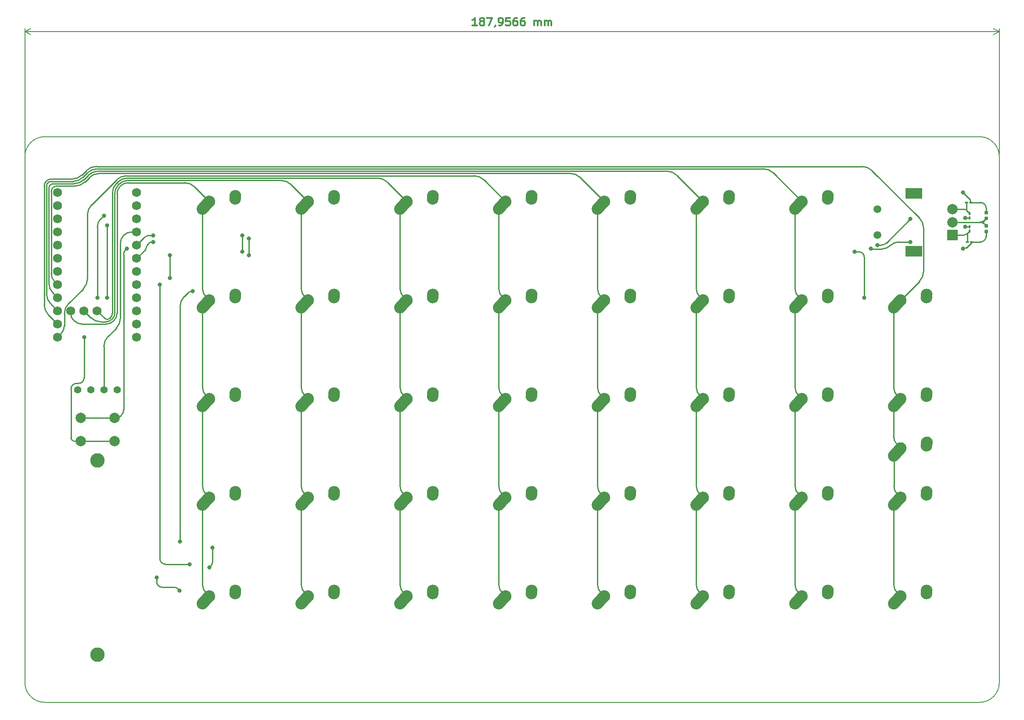
<source format=gbr>
G04 #@! TF.GenerationSoftware,KiCad,Pcbnew,(6.0.1)*
G04 #@! TF.CreationDate,2022-02-23T16:18:42+00:00*
G04 #@! TF.ProjectId,Keyboard Right Hand Side,4b657962-6f61-4726-9420-526967687420,rev?*
G04 #@! TF.SameCoordinates,Original*
G04 #@! TF.FileFunction,Copper,L1,Top*
G04 #@! TF.FilePolarity,Positive*
%FSLAX46Y46*%
G04 Gerber Fmt 4.6, Leading zero omitted, Abs format (unit mm)*
G04 Created by KiCad (PCBNEW (6.0.1)) date 2022-02-23 16:18:42*
%MOMM*%
%LPD*%
G01*
G04 APERTURE LIST*
G04 Aperture macros list*
%AMRoundRect*
0 Rectangle with rounded corners*
0 $1 Rounding radius*
0 $2 $3 $4 $5 $6 $7 $8 $9 X,Y pos of 4 corners*
0 Add a 4 corners polygon primitive as box body*
4,1,4,$2,$3,$4,$5,$6,$7,$8,$9,$2,$3,0*
0 Add four circle primitives for the rounded corners*
1,1,$1+$1,$2,$3*
1,1,$1+$1,$4,$5*
1,1,$1+$1,$6,$7*
1,1,$1+$1,$8,$9*
0 Add four rect primitives between the rounded corners*
20,1,$1+$1,$2,$3,$4,$5,0*
20,1,$1+$1,$4,$5,$6,$7,0*
20,1,$1+$1,$6,$7,$8,$9,0*
20,1,$1+$1,$8,$9,$2,$3,0*%
%AMHorizOval*
0 Thick line with rounded ends*
0 $1 width*
0 $2 $3 position (X,Y) of the first rounded end (center of the circle)*
0 $4 $5 position (X,Y) of the second rounded end (center of the circle)*
0 Add line between two ends*
20,1,$1,$2,$3,$4,$5,0*
0 Add two circle primitives to create the rounded ends*
1,1,$1,$2,$3*
1,1,$1,$4,$5*%
G04 Aperture macros list end*
%ADD10C,0.300000*%
G04 #@! TA.AperFunction,NonConductor*
%ADD11C,0.300000*%
G04 #@! TD*
G04 #@! TA.AperFunction,NonConductor*
%ADD12C,0.200000*%
G04 #@! TD*
G04 #@! TA.AperFunction,Profile*
%ADD13C,0.200000*%
G04 #@! TD*
G04 #@! TA.AperFunction,ComponentPad*
%ADD14C,2.250000*%
G04 #@! TD*
G04 #@! TA.AperFunction,ComponentPad*
%ADD15HorizOval,2.250000X0.655001X0.730000X-0.655001X-0.730000X0*%
G04 #@! TD*
G04 #@! TA.AperFunction,ComponentPad*
%ADD16HorizOval,2.250000X0.020000X0.290000X-0.020000X-0.290000X0*%
G04 #@! TD*
G04 #@! TA.AperFunction,SMDPad,CuDef*
%ADD17RoundRect,0.100000X0.217500X0.100000X-0.217500X0.100000X-0.217500X-0.100000X0.217500X-0.100000X0*%
G04 #@! TD*
G04 #@! TA.AperFunction,SMDPad,CuDef*
%ADD18RoundRect,0.155000X-0.155000X0.212500X-0.155000X-0.212500X0.155000X-0.212500X0.155000X0.212500X0*%
G04 #@! TD*
G04 #@! TA.AperFunction,SMDPad,CuDef*
%ADD19RoundRect,0.100000X-0.100000X0.217500X-0.100000X-0.217500X0.100000X-0.217500X0.100000X0.217500X0*%
G04 #@! TD*
G04 #@! TA.AperFunction,ComponentPad*
%ADD20C,2.000000*%
G04 #@! TD*
G04 #@! TA.AperFunction,SMDPad,CuDef*
%ADD21RoundRect,0.100000X0.100000X-0.217500X0.100000X0.217500X-0.100000X0.217500X-0.100000X-0.217500X0*%
G04 #@! TD*
G04 #@! TA.AperFunction,ComponentPad*
%ADD22C,1.500000*%
G04 #@! TD*
G04 #@! TA.AperFunction,ComponentPad*
%ADD23R,2.000000X2.000000*%
G04 #@! TD*
G04 #@! TA.AperFunction,ComponentPad*
%ADD24R,3.200000X2.000000*%
G04 #@! TD*
G04 #@! TA.AperFunction,ComponentPad*
%ADD25C,1.397000*%
G04 #@! TD*
G04 #@! TA.AperFunction,ComponentPad*
%ADD26C,1.752600*%
G04 #@! TD*
G04 #@! TA.AperFunction,ComponentPad*
%ADD27C,2.800000*%
G04 #@! TD*
G04 #@! TA.AperFunction,ViaPad*
%ADD28C,0.800000*%
G04 #@! TD*
G04 #@! TA.AperFunction,Conductor*
%ADD29C,0.250000*%
G04 #@! TD*
G04 APERTURE END LIST*
D10*
D11*
X164029285Y-16023571D02*
X163172142Y-16023571D01*
X163600714Y-16023571D02*
X163600714Y-14523571D01*
X163457857Y-14737857D01*
X163315000Y-14880714D01*
X163172142Y-14952142D01*
X164886428Y-15166428D02*
X164743571Y-15095000D01*
X164672142Y-15023571D01*
X164600714Y-14880714D01*
X164600714Y-14809285D01*
X164672142Y-14666428D01*
X164743571Y-14595000D01*
X164886428Y-14523571D01*
X165172142Y-14523571D01*
X165315000Y-14595000D01*
X165386428Y-14666428D01*
X165457857Y-14809285D01*
X165457857Y-14880714D01*
X165386428Y-15023571D01*
X165315000Y-15095000D01*
X165172142Y-15166428D01*
X164886428Y-15166428D01*
X164743571Y-15237857D01*
X164672142Y-15309285D01*
X164600714Y-15452142D01*
X164600714Y-15737857D01*
X164672142Y-15880714D01*
X164743571Y-15952142D01*
X164886428Y-16023571D01*
X165172142Y-16023571D01*
X165315000Y-15952142D01*
X165386428Y-15880714D01*
X165457857Y-15737857D01*
X165457857Y-15452142D01*
X165386428Y-15309285D01*
X165315000Y-15237857D01*
X165172142Y-15166428D01*
X165957857Y-14523571D02*
X166957857Y-14523571D01*
X166315000Y-16023571D01*
X167600714Y-15952142D02*
X167600714Y-16023571D01*
X167529285Y-16166428D01*
X167457857Y-16237857D01*
X168315000Y-16023571D02*
X168600714Y-16023571D01*
X168743571Y-15952142D01*
X168815000Y-15880714D01*
X168957857Y-15666428D01*
X169029285Y-15380714D01*
X169029285Y-14809285D01*
X168957857Y-14666428D01*
X168886428Y-14595000D01*
X168743571Y-14523571D01*
X168457857Y-14523571D01*
X168315000Y-14595000D01*
X168243571Y-14666428D01*
X168172142Y-14809285D01*
X168172142Y-15166428D01*
X168243571Y-15309285D01*
X168315000Y-15380714D01*
X168457857Y-15452142D01*
X168743571Y-15452142D01*
X168886428Y-15380714D01*
X168957857Y-15309285D01*
X169029285Y-15166428D01*
X170386428Y-14523571D02*
X169672142Y-14523571D01*
X169600714Y-15237857D01*
X169672142Y-15166428D01*
X169815000Y-15095000D01*
X170172142Y-15095000D01*
X170315000Y-15166428D01*
X170386428Y-15237857D01*
X170457857Y-15380714D01*
X170457857Y-15737857D01*
X170386428Y-15880714D01*
X170315000Y-15952142D01*
X170172142Y-16023571D01*
X169815000Y-16023571D01*
X169672142Y-15952142D01*
X169600714Y-15880714D01*
X171743571Y-14523571D02*
X171457857Y-14523571D01*
X171315000Y-14595000D01*
X171243571Y-14666428D01*
X171100714Y-14880714D01*
X171029285Y-15166428D01*
X171029285Y-15737857D01*
X171100714Y-15880714D01*
X171172142Y-15952142D01*
X171315000Y-16023571D01*
X171600714Y-16023571D01*
X171743571Y-15952142D01*
X171815000Y-15880714D01*
X171886428Y-15737857D01*
X171886428Y-15380714D01*
X171815000Y-15237857D01*
X171743571Y-15166428D01*
X171600714Y-15095000D01*
X171315000Y-15095000D01*
X171172142Y-15166428D01*
X171100714Y-15237857D01*
X171029285Y-15380714D01*
X173172142Y-14523571D02*
X172886428Y-14523571D01*
X172743571Y-14595000D01*
X172672142Y-14666428D01*
X172529285Y-14880714D01*
X172457857Y-15166428D01*
X172457857Y-15737857D01*
X172529285Y-15880714D01*
X172600714Y-15952142D01*
X172743571Y-16023571D01*
X173029285Y-16023571D01*
X173172142Y-15952142D01*
X173243571Y-15880714D01*
X173315000Y-15737857D01*
X173315000Y-15380714D01*
X173243571Y-15237857D01*
X173172142Y-15166428D01*
X173029285Y-15095000D01*
X172743571Y-15095000D01*
X172600714Y-15166428D01*
X172529285Y-15237857D01*
X172457857Y-15380714D01*
X175100714Y-16023571D02*
X175100714Y-15023571D01*
X175100714Y-15166428D02*
X175172142Y-15095000D01*
X175315000Y-15023571D01*
X175529285Y-15023571D01*
X175672142Y-15095000D01*
X175743571Y-15237857D01*
X175743571Y-16023571D01*
X175743571Y-15237857D02*
X175815000Y-15095000D01*
X175957857Y-15023571D01*
X176172142Y-15023571D01*
X176315000Y-15095000D01*
X176386428Y-15237857D01*
X176386428Y-16023571D01*
X177100714Y-16023571D02*
X177100714Y-15023571D01*
X177100714Y-15166428D02*
X177172142Y-15095000D01*
X177315000Y-15023571D01*
X177529285Y-15023571D01*
X177672142Y-15095000D01*
X177743571Y-15237857D01*
X177743571Y-16023571D01*
X177743571Y-15237857D02*
X177815000Y-15095000D01*
X177957857Y-15023571D01*
X178172142Y-15023571D01*
X178315000Y-15095000D01*
X178386428Y-15237857D01*
X178386428Y-16023571D01*
D12*
X76836677Y-40776677D02*
X76836677Y-16558580D01*
X264793323Y-40776677D02*
X264793323Y-16558580D01*
X76836677Y-17145000D02*
X264793323Y-17145000D01*
X76836677Y-17145000D02*
X264793323Y-17145000D01*
X76836677Y-17145000D02*
X77963181Y-17731421D01*
X76836677Y-17145000D02*
X77963181Y-16558579D01*
X264793323Y-17145000D02*
X263666819Y-16558579D01*
X264793323Y-17145000D02*
X263666819Y-17731421D01*
D13*
X264793323Y-41276677D02*
G75*
G03*
X260983323Y-37466677I-3809999J1D01*
G01*
X260983323Y-146683323D02*
G75*
G03*
X264793323Y-142873323I1J3809999D01*
G01*
X80646677Y-37466677D02*
X260983323Y-37466677D01*
X76836677Y-142873323D02*
X76836677Y-41276677D01*
X260983323Y-146683323D02*
X80646677Y-146683323D01*
X80646677Y-37466677D02*
G75*
G03*
X76836677Y-41276677I-1J-3809999D01*
G01*
X76836677Y-142873323D02*
G75*
G03*
X80646677Y-146683323I3809999J-1D01*
G01*
X264793323Y-41276677D02*
X264793323Y-142873323D01*
D14*
X169557300Y-88083000D03*
D15*
X168902301Y-88813000D03*
D16*
X174577300Y-87293000D03*
D14*
X174597300Y-87003000D03*
D17*
X259285000Y-50165000D03*
X258470000Y-50165000D03*
D15*
X187952301Y-126913000D03*
D14*
X188607300Y-126183000D03*
D16*
X193627300Y-125393000D03*
D14*
X193647300Y-125103000D03*
D18*
X262255000Y-52137500D03*
X262255000Y-53272500D03*
D15*
X187952301Y-69763000D03*
D14*
X188607300Y-69033000D03*
D16*
X193627300Y-68243000D03*
D14*
X193647300Y-67953000D03*
X131457300Y-107133000D03*
D15*
X130802301Y-107863000D03*
D14*
X136497300Y-106053000D03*
D16*
X136477300Y-106343000D03*
D19*
X259080000Y-54837500D03*
X259080000Y-55652500D03*
D15*
X130802301Y-88813000D03*
D14*
X131457300Y-88083000D03*
D16*
X136477300Y-87293000D03*
D14*
X136497300Y-87003000D03*
X207657300Y-88083000D03*
D15*
X207002301Y-88813000D03*
D16*
X212677300Y-87293000D03*
D14*
X212697300Y-87003000D03*
D15*
X111752301Y-50713000D03*
D14*
X112407300Y-49983000D03*
D16*
X117427300Y-49193000D03*
D14*
X117447300Y-48903000D03*
D17*
X259487500Y-57785000D03*
X258672500Y-57785000D03*
D14*
X226707300Y-107133000D03*
D15*
X226052301Y-107863000D03*
D14*
X231747300Y-106053000D03*
D16*
X231727300Y-106343000D03*
D15*
X168902301Y-50713000D03*
D14*
X169557300Y-49983000D03*
D16*
X174577300Y-49193000D03*
D14*
X174597300Y-48903000D03*
D15*
X226052301Y-88813000D03*
D14*
X226707300Y-88083000D03*
D16*
X231727300Y-87293000D03*
D14*
X231747300Y-87003000D03*
X150507300Y-69033000D03*
D15*
X149852301Y-69763000D03*
D16*
X155527300Y-68243000D03*
D14*
X155547300Y-67953000D03*
D15*
X168902301Y-69763000D03*
D14*
X169557300Y-69033000D03*
X174597300Y-67953000D03*
D16*
X174577300Y-68243000D03*
D14*
X112407300Y-126183000D03*
D15*
X111752301Y-126913000D03*
D16*
X117427300Y-125393000D03*
D14*
X117447300Y-125103000D03*
D18*
X262255000Y-54677500D03*
X262255000Y-55812500D03*
D15*
X130802301Y-126913000D03*
D14*
X131457300Y-126183000D03*
D16*
X136477300Y-125393000D03*
D14*
X136497300Y-125103000D03*
X245757300Y-126183000D03*
D15*
X245102301Y-126913000D03*
D16*
X250777300Y-125393000D03*
D14*
X250797300Y-125103000D03*
D20*
X87630000Y-91730000D03*
X94130000Y-91730000D03*
X87630000Y-96230000D03*
X94130000Y-96230000D03*
D14*
X188607300Y-107133000D03*
D15*
X187952301Y-107863000D03*
D16*
X193627300Y-106343000D03*
D14*
X193647300Y-106053000D03*
X150507300Y-49983000D03*
D15*
X149852301Y-50713000D03*
D16*
X155527300Y-49193000D03*
D14*
X155547300Y-48903000D03*
X131457300Y-69033000D03*
D15*
X130802301Y-69763000D03*
D16*
X136477300Y-68243000D03*
D14*
X136497300Y-67953000D03*
D15*
X187952301Y-88813000D03*
D14*
X188607300Y-88083000D03*
D16*
X193627300Y-87293000D03*
D14*
X193647300Y-87003000D03*
X226707300Y-69033000D03*
D15*
X226052301Y-69763000D03*
D14*
X231747300Y-67953000D03*
D16*
X231727300Y-68243000D03*
D15*
X245102301Y-69763000D03*
D14*
X245757300Y-69033000D03*
D16*
X250777300Y-68243000D03*
D14*
X250797300Y-67953000D03*
D15*
X168902301Y-107863000D03*
D14*
X169557300Y-107133000D03*
D16*
X174577300Y-106343000D03*
D14*
X174597300Y-106053000D03*
X207657300Y-69033000D03*
D15*
X207002301Y-69763000D03*
D16*
X212677300Y-68243000D03*
D14*
X212697300Y-67953000D03*
D15*
X168902301Y-126913000D03*
D14*
X169557300Y-126183000D03*
X174597300Y-125103000D03*
D16*
X174577300Y-125393000D03*
D15*
X149852301Y-126913000D03*
D14*
X150507300Y-126183000D03*
D16*
X155527300Y-125393000D03*
D14*
X155547300Y-125103000D03*
D21*
X259080000Y-53112500D03*
X259080000Y-52297500D03*
D14*
X131457300Y-49983000D03*
D15*
X130802301Y-50713000D03*
D14*
X136497300Y-48903000D03*
D16*
X136477300Y-49193000D03*
D22*
X241275000Y-51470000D03*
X241275000Y-56470000D03*
D23*
X255775000Y-56470000D03*
D20*
X255775000Y-51470000D03*
X255775000Y-53970000D03*
D24*
X248275000Y-48370000D03*
X248275000Y-59570000D03*
D14*
X245772300Y-97603000D03*
D15*
X245117301Y-98333000D03*
D16*
X250792300Y-96813000D03*
D14*
X250812300Y-96523000D03*
X226707300Y-49983000D03*
D15*
X226052301Y-50713000D03*
D14*
X231747300Y-48903000D03*
D16*
X231727300Y-49193000D03*
D15*
X245087301Y-107863000D03*
D14*
X245742300Y-107133000D03*
D16*
X250762300Y-106343000D03*
D14*
X250782300Y-106053000D03*
D15*
X111752301Y-69763000D03*
D14*
X112407300Y-69033000D03*
X117447300Y-67953000D03*
D16*
X117427300Y-68243000D03*
D14*
X207657300Y-49983000D03*
D15*
X207002301Y-50713000D03*
D14*
X212697300Y-48903000D03*
D16*
X212677300Y-49193000D03*
D15*
X149852301Y-107863000D03*
D14*
X150507300Y-107133000D03*
X155547300Y-106053000D03*
D16*
X155527300Y-106343000D03*
D14*
X226707300Y-126183000D03*
D15*
X226052301Y-126913000D03*
D14*
X231747300Y-125103000D03*
D16*
X231727300Y-125393000D03*
D25*
X94605000Y-86360000D03*
X92065000Y-86360000D03*
X89525000Y-86360000D03*
X86985000Y-86360000D03*
D14*
X207657300Y-126183000D03*
D15*
X207002301Y-126913000D03*
D16*
X212677300Y-125393000D03*
D14*
X212697300Y-125103000D03*
X207657300Y-107133000D03*
D15*
X207002301Y-107863000D03*
D14*
X212697300Y-106053000D03*
D16*
X212677300Y-106343000D03*
D26*
X83157300Y-48234750D03*
X83157300Y-50774750D03*
X83157300Y-53314750D03*
X83157300Y-55854750D03*
X83157300Y-58394750D03*
X83157300Y-60934750D03*
X83157300Y-63474750D03*
X83157300Y-66014750D03*
X83157300Y-68554750D03*
X83157300Y-71094750D03*
X83157300Y-73634750D03*
X83157300Y-76174750D03*
X98397300Y-76174750D03*
X98397300Y-73634750D03*
X98397300Y-71094750D03*
X98397300Y-68554750D03*
X98397300Y-66014750D03*
X98397300Y-63474750D03*
X98397300Y-60934750D03*
X98397300Y-58394750D03*
X98397300Y-55854750D03*
X98397300Y-53314750D03*
X98397300Y-50774750D03*
X98397300Y-48234750D03*
X85697300Y-71094750D03*
X88237300Y-71094750D03*
X90777300Y-71094750D03*
D15*
X111752301Y-107863000D03*
D14*
X112407300Y-107133000D03*
D16*
X117427300Y-106343000D03*
D14*
X117447300Y-106053000D03*
D27*
X90805000Y-137495000D03*
X90805000Y-99995000D03*
D15*
X149852301Y-88813000D03*
D14*
X150507300Y-88083000D03*
X155547300Y-87003000D03*
D16*
X155527300Y-87293000D03*
D14*
X112407300Y-88083000D03*
D15*
X111752301Y-88813000D03*
D16*
X117427300Y-87293000D03*
D14*
X117447300Y-87003000D03*
X188607300Y-49983000D03*
D15*
X187952301Y-50713000D03*
D16*
X193627300Y-49193000D03*
D14*
X193647300Y-48903000D03*
D15*
X245057301Y-88813000D03*
D14*
X245712300Y-88083000D03*
D16*
X250732300Y-87293000D03*
D14*
X250752300Y-87003000D03*
D28*
X88265000Y-76200000D03*
X258217500Y-54837500D03*
X113030000Y-116840000D03*
X102870000Y-66040000D03*
X258217500Y-53112500D03*
X112395000Y-120650000D03*
X108585000Y-120015000D03*
X92710000Y-54610000D03*
X92710000Y-68580000D03*
X90805000Y-68580000D03*
X92075000Y-52705000D03*
X102235000Y-122555000D03*
X106680000Y-125095000D03*
X236855000Y-59690000D03*
X238760000Y-68580000D03*
X247650000Y-57785000D03*
X120015000Y-60325000D03*
X120015000Y-57150000D03*
X240030000Y-59055000D03*
X101600000Y-57785000D03*
X257810000Y-59055000D03*
X101600000Y-56515000D03*
X247650000Y-53340000D03*
X118745000Y-59690000D03*
X241300000Y-58420000D03*
X257810000Y-48260000D03*
X118745000Y-56515000D03*
X104775000Y-60325000D03*
X104775000Y-64770000D03*
X106770000Y-115660000D03*
X109220000Y-67310000D03*
X96520000Y-59055000D03*
D29*
X93300000Y-91730000D02*
X92470000Y-91730000D01*
X93818750Y-91730000D02*
X93611250Y-91730000D01*
X94441250Y-91730000D02*
X94233750Y-91730000D01*
X94026250Y-91730000D02*
X93818750Y-91730000D01*
X81015960Y-46827705D02*
X81015960Y-46874075D01*
X81015960Y-46897260D02*
X81015960Y-46990000D01*
X81015960Y-46990000D02*
X81015960Y-47082740D01*
X81015960Y-47082740D02*
X81015960Y-47175480D01*
X81015960Y-47175480D02*
X81015960Y-47268220D01*
X81015960Y-47291405D02*
X81015960Y-47430515D01*
X81015960Y-47546440D02*
X81015960Y-47917400D01*
X87439560Y-96230000D02*
X87356148Y-96230000D01*
X88678176Y-96230000D02*
X88624662Y-96230000D01*
X87903849Y-96230000D02*
X87873950Y-96230000D01*
X87272736Y-96230000D02*
X87225508Y-96230000D01*
X87570200Y-96230000D02*
X87540301Y-96230000D01*
X86940275Y-96230000D02*
X86932800Y-96230000D01*
X87059871Y-96230000D02*
X87052396Y-96230000D01*
X89839662Y-96230000D02*
X89452500Y-96230000D01*
X86992598Y-96230000D02*
X86962699Y-96230000D01*
X90266959Y-96230000D02*
X89853040Y-96230000D01*
X87873950Y-96230000D02*
X87844051Y-96230000D01*
X88571148Y-96230000D02*
X88517634Y-96230000D01*
X87140905Y-96230000D02*
X87113384Y-96230000D01*
X87305396Y-96230000D02*
X87287304Y-96230000D01*
X89452500Y-96230000D02*
X89065338Y-96230000D01*
X86953356Y-96230000D02*
X86942144Y-96230000D01*
X87323488Y-96230000D02*
X87305396Y-96230000D01*
X87067346Y-96230000D02*
X87059871Y-96230000D01*
X87168426Y-96230000D02*
X87140905Y-96230000D01*
X86925325Y-96230000D02*
X86917851Y-96230000D01*
X88981926Y-96230000D02*
X88761588Y-96230000D01*
X86917851Y-96230000D02*
X86910377Y-96230000D01*
X88624662Y-96230000D02*
X88571148Y-96230000D01*
X87043053Y-96230000D02*
X87031841Y-96230000D01*
X87225508Y-96230000D02*
X87178280Y-96230000D01*
X87629998Y-96230000D02*
X87600099Y-96230000D01*
X88474357Y-96230000D02*
X88334289Y-96230000D01*
X88146611Y-96230000D02*
X87994736Y-96230000D01*
X87022497Y-96230000D02*
X86992598Y-96230000D01*
X87600099Y-96230000D02*
X87570200Y-96230000D01*
X87091639Y-96230000D02*
X87072952Y-96230000D01*
X86932800Y-96230000D02*
X86925325Y-96230000D01*
X91882500Y-96230000D02*
X90667500Y-96230000D01*
X87933748Y-96230000D02*
X87903849Y-96230000D01*
X87052396Y-96230000D02*
X87044921Y-96230000D01*
X86908508Y-96230000D02*
X86904771Y-96230000D01*
X94233750Y-91730000D02*
X94026250Y-91730000D01*
X93300000Y-91730000D02*
X93611250Y-91730000D01*
X81015960Y-46874075D02*
X81015960Y-46897260D01*
X81015960Y-47430515D02*
X81015960Y-47546440D01*
X89065338Y-96230000D02*
X88981926Y-96230000D01*
X87272736Y-96230000D02*
X87287304Y-96230000D01*
X87031841Y-96230000D02*
X87022497Y-96230000D01*
X90266959Y-96230000D02*
X90667500Y-96230000D01*
X88334289Y-96230000D02*
X88146611Y-96230000D01*
X87168426Y-96230000D02*
X87178280Y-96230000D01*
X86910377Y-96230000D02*
X86908508Y-96230000D01*
X87113384Y-96230000D02*
X87091639Y-96230000D01*
X87356148Y-96230000D02*
X87323488Y-96230000D01*
X86962699Y-96230000D02*
X86953356Y-96230000D01*
X258104739Y-51472500D02*
G75*
G03*
X258098703Y-51470000I-6034J-6031D01*
G01*
X257961550Y-56472500D02*
G75*
G03*
X257955514Y-56470000I-6034J-6031D01*
G01*
X81015960Y-47268220D02*
X81015960Y-47291405D01*
X261047221Y-53970000D02*
G75*
G02*
X261053257Y-53972500I2J-8531D01*
G01*
X87043053Y-96230000D02*
X87044921Y-96230000D01*
X87439560Y-96230000D02*
X87540301Y-96230000D01*
X89839662Y-96230000D02*
X89853040Y-96230000D01*
X88678176Y-96230000D02*
X88761588Y-96230000D01*
X88517634Y-96230000D02*
X88474357Y-96230000D01*
X87994736Y-96230000D02*
X87933748Y-96230000D01*
X87067346Y-96230000D02*
X87072952Y-96230000D01*
X87844051Y-96230000D02*
X87629998Y-96230000D01*
X86940275Y-96230000D02*
X86942144Y-96230000D01*
X257955514Y-56470000D02*
X255775000Y-56470000D01*
X257964050Y-56475000D02*
X257961550Y-56472500D01*
X258107239Y-51475000D02*
X258104739Y-51472500D01*
X258098703Y-51470000D02*
X255775000Y-51470000D01*
X261055757Y-53975000D02*
X261053257Y-53972500D01*
X261047221Y-53970000D02*
X255775000Y-53970000D01*
X94545000Y-91730000D02*
G75*
G03*
X95253449Y-91436550I-6J1001910D01*
G01*
X95422500Y-91267500D02*
G75*
G03*
X95885000Y-90150926I-1116578J1116576D01*
G01*
X94441250Y-91730000D02*
X94545000Y-91730000D01*
X85725001Y-95641048D02*
G75*
G03*
X85897501Y-96057499I588949J-1D01*
G01*
X86313951Y-96230000D02*
G75*
G02*
X85897500Y-96057500I3J588956D01*
G01*
X96202500Y-59372500D02*
X96520000Y-59055000D01*
X95885000Y-90150926D02*
X95885000Y-60139012D01*
X95253449Y-91436550D02*
X95422500Y-91267500D01*
X95885001Y-60139012D02*
G75*
G02*
X96202501Y-59372501I1084001J4D01*
G01*
X85725000Y-86174012D02*
X85725000Y-95641048D01*
X86313951Y-96230000D02*
X87630000Y-96230000D01*
X92065000Y-77971981D02*
X92065000Y-86360000D01*
X92470000Y-91730000D02*
X87630000Y-91730000D01*
X86042500Y-85407500D02*
G75*
G03*
X85725000Y-86174012I766502J-766508D01*
G01*
X86042500Y-85407500D02*
G75*
G02*
X86809012Y-85090000I766508J-766502D01*
G01*
X87180987Y-85090000D02*
G75*
G03*
X87947500Y-84772500I-4J1084022D01*
G01*
X86809012Y-85090000D02*
X87180987Y-85090000D01*
X88265000Y-84005987D02*
G75*
G02*
X87947500Y-84772500I-1084022J4D01*
G01*
X88265000Y-76200000D02*
X88265000Y-84005987D01*
X87868301Y-44844544D02*
G75*
G02*
X85944423Y-45641441I-1923880J1923880D01*
G01*
X80566441Y-46992447D02*
G75*
G02*
X80962141Y-46037142I1351005J1D01*
G01*
X80568208Y-68014395D02*
G75*
G02*
X80568208Y-68017932I-1768J-1769D01*
G01*
X90631468Y-43208360D02*
G75*
G03*
X88707590Y-44005256I-2J-2720770D01*
G01*
X80566441Y-68010122D02*
G75*
G03*
X80568210Y-68014393I6033J-4D01*
G01*
X80566441Y-68022205D02*
G75*
G02*
X80568210Y-68017934I6033J4D01*
G01*
X80962140Y-46037141D02*
G75*
G02*
X81917446Y-45641441I955305J-955306D01*
G01*
X81147113Y-46487885D02*
G75*
G03*
X81015960Y-46804520I316631J-316631D01*
G01*
X88054500Y-45294063D02*
G75*
G02*
X86130622Y-46090960I-1923880J1923880D01*
G01*
X88893787Y-44454776D02*
G75*
G02*
X90817665Y-43657880I1923876J-1923874D01*
G01*
X81917447Y-46090961D02*
G75*
G03*
X81280000Y-46355001I0J-901486D01*
G01*
X81015960Y-46804520D02*
X81015960Y-46827705D01*
X89079985Y-44904296D02*
G75*
G02*
X91003863Y-44107400I1923876J-1923874D01*
G01*
X81728444Y-46803444D02*
G75*
G02*
X82363296Y-46540480I634850J-634849D01*
G01*
X81465481Y-47438296D02*
G75*
G02*
X81728445Y-46803445I897812J2D01*
G01*
X88240698Y-45743583D02*
G75*
G02*
X86316820Y-46540480I-1923880J1923880D01*
G01*
X81915001Y-48074012D02*
G75*
G02*
X82232501Y-47307501I1084001J4D01*
G01*
X82999012Y-46990001D02*
G75*
G03*
X82232501Y-47307501I-4J-1084001D01*
G01*
X89266183Y-45353816D02*
G75*
G02*
X91190061Y-44556920I1923876J-1923874D01*
G01*
X88426896Y-46193103D02*
G75*
G02*
X86503018Y-46990000I-1923880J1923880D01*
G01*
X249393103Y-65397196D02*
X245757300Y-69033000D01*
X250190000Y-63473318D02*
X250190000Y-55101981D01*
X240220256Y-44005256D02*
X249393103Y-53178103D01*
X238296378Y-43208360D02*
X90631468Y-43208360D01*
X85944423Y-45641441D02*
X81917446Y-45641441D01*
X80566440Y-68010122D02*
X80566440Y-46992447D01*
X80566440Y-69916908D02*
X80566440Y-68022205D01*
X81363336Y-71840786D02*
X83157300Y-73634750D01*
X250190000Y-63473318D02*
G75*
G02*
X249393103Y-65397196I-2720777J2D01*
G01*
X88707590Y-44005256D02*
X87868301Y-44844544D01*
X238296378Y-43208360D02*
G75*
G02*
X240220256Y-44005256I2J-2720770D01*
G01*
X80566440Y-69916908D02*
G75*
G03*
X81363336Y-71840786I2720770J-2D01*
G01*
X250190000Y-55101981D02*
G75*
G03*
X249393103Y-53178103I-2720777J-2D01*
G01*
X221179076Y-44454776D02*
X226707300Y-49983000D01*
X219255198Y-43657880D02*
X90817665Y-43657880D01*
X81279999Y-46355000D02*
X81147113Y-46487885D01*
X81917447Y-46090960D02*
X86130622Y-46090960D01*
X88054500Y-45294063D02*
X88893787Y-44454776D01*
X81015960Y-67826428D02*
X81015960Y-47917400D01*
X81812856Y-69750306D02*
X83157300Y-71094750D01*
X221179076Y-44454776D02*
G75*
G03*
X219255198Y-43657880I-1923876J-1923874D01*
G01*
X81812856Y-69750306D02*
G75*
G02*
X81015960Y-67826428I1923874J1923876D01*
G01*
X202578596Y-44904296D02*
X207657300Y-49983000D01*
X89079985Y-44904296D02*
X88240698Y-45743583D01*
X82262376Y-67659826D02*
X83157300Y-68554750D01*
X200654718Y-44107400D02*
X91003863Y-44107400D01*
X202578596Y-44904296D02*
G75*
G03*
X200654718Y-44107400I-1923876J-1923874D01*
G01*
X81465480Y-65735948D02*
G75*
G03*
X82262376Y-67659826I2720770J-2D01*
G01*
X81465480Y-47438296D02*
X81465480Y-65735948D01*
X82363296Y-46540480D02*
X86316820Y-46540480D01*
X82536150Y-65393600D02*
X83157300Y-66014750D01*
X81915000Y-63894011D02*
X81915000Y-48074012D01*
X91190061Y-44556920D02*
X182054238Y-44556920D01*
X89266183Y-45353816D02*
X88426896Y-46193103D01*
X86503018Y-46990000D02*
X82999012Y-46990000D01*
X82536150Y-65393600D02*
G75*
G02*
X81915000Y-63894011I1499586J1499587D01*
G01*
X182054238Y-44556920D02*
G75*
G02*
X183978116Y-45353816I2J-2720770D01*
G01*
X183978116Y-45353816D02*
X188607300Y-49983000D01*
X261903750Y-53623750D02*
X262255000Y-53272500D01*
X261903750Y-54326250D02*
X262255000Y-54677500D01*
X86904771Y-96230000D02*
X86902903Y-96230000D01*
X91882500Y-96230000D02*
X94130000Y-96230000D01*
X261903750Y-53623750D02*
G75*
G03*
X261903750Y-54326250I351248J-351250D01*
G01*
X261903750Y-53623750D02*
G75*
G02*
X261055757Y-53975000I-847994J847997D01*
G01*
X261055757Y-53975000D02*
G75*
G02*
X261903750Y-54326250I3J-1199236D01*
G01*
X111097300Y-104896690D02*
X111097300Y-89543000D01*
X111097300Y-123946690D02*
X111097300Y-108593000D01*
X111752300Y-68378000D02*
X112407300Y-69033000D01*
X86346150Y-73011150D02*
X86145446Y-72810446D01*
X94615000Y-48523025D02*
X94615000Y-71491974D01*
X111752300Y-87428000D02*
X112407300Y-88083000D01*
X111097300Y-66796690D02*
X111097300Y-51443000D01*
X111097300Y-85846690D02*
X111097300Y-70493000D01*
X111752300Y-125528000D02*
X112407300Y-126183000D01*
X109576196Y-47151896D02*
X112407300Y-49983000D01*
X87912612Y-73660000D02*
X92446974Y-73660000D01*
X111752300Y-106478000D02*
X112407300Y-107133000D01*
X85697300Y-71728525D02*
X85697300Y-71094750D01*
X107652318Y-46355000D02*
X96783025Y-46355000D01*
X111097301Y-123946690D02*
G75*
G03*
X111752301Y-125527999I2236302J-3D01*
G01*
X92446974Y-73659999D02*
G75*
G03*
X93979999Y-73024999I-5J2168038D01*
G01*
X107652318Y-46355000D02*
G75*
G02*
X109576196Y-47151896I2J-2720770D01*
G01*
X111097301Y-66796690D02*
G75*
G03*
X111752301Y-68377999I2236302J-3D01*
G01*
X87912612Y-73659999D02*
G75*
G02*
X86346151Y-73011149I0J2215311D01*
G01*
X95250000Y-46990000D02*
G75*
G02*
X96783025Y-46355000I1533023J-1533019D01*
G01*
X111097301Y-85846690D02*
G75*
G03*
X111752301Y-87427999I2236302J-3D01*
G01*
X111097301Y-104896690D02*
G75*
G03*
X111752301Y-106477999I2236302J-3D01*
G01*
X95250000Y-46990000D02*
G75*
G03*
X94615000Y-48523025I1533019J-1533023D01*
G01*
X85697301Y-71728525D02*
G75*
G03*
X86145447Y-72810445I1530065J-1D01*
G01*
X93980000Y-73025000D02*
G75*
G03*
X94615000Y-71491974I-1533039J1533031D01*
G01*
X126252798Y-45905480D02*
X96783024Y-45905480D01*
X89556133Y-72413583D02*
X88237300Y-71094750D01*
X128176676Y-46702376D02*
X131457300Y-49983000D01*
X130147300Y-104896690D02*
X130147300Y-89543000D01*
X130147300Y-66796690D02*
X130147300Y-51443000D01*
X130802300Y-87428000D02*
X131457300Y-88083000D01*
X130802300Y-125528000D02*
X131457300Y-126183000D01*
X130147300Y-123946690D02*
X130147300Y-108593000D01*
X130147300Y-85846690D02*
X130147300Y-70493000D01*
X91480011Y-73210480D02*
X92446973Y-73210480D01*
X94165480Y-71491973D02*
X94165480Y-48523025D01*
X130802300Y-106478000D02*
X131457300Y-107133000D01*
X130802300Y-68378000D02*
X131457300Y-69033000D01*
X130147301Y-85846690D02*
G75*
G03*
X130802301Y-87427999I2236302J-3D01*
G01*
X126252798Y-45905480D02*
G75*
G02*
X128176676Y-46702376I2J-2720770D01*
G01*
X91480011Y-73210480D02*
G75*
G02*
X89556133Y-72413583I2J2720777D01*
G01*
X130147301Y-104896690D02*
G75*
G03*
X130802301Y-106477999I2236302J-3D01*
G01*
X130147301Y-66796690D02*
G75*
G03*
X130802301Y-68377999I2236302J-3D01*
G01*
X93662141Y-72707141D02*
G75*
G02*
X92446973Y-73210480I-1215170J1215174D01*
G01*
X94165481Y-48523025D02*
G75*
G02*
X94932142Y-46672142I2617538J3D01*
G01*
X94165479Y-71491973D02*
G75*
G02*
X93662140Y-72707140I-1718512J2D01*
G01*
X130802300Y-125528000D02*
G75*
G02*
X130147300Y-123946690I1581303J1581307D01*
G01*
X94932141Y-46672141D02*
G75*
G02*
X96783024Y-45905480I1850879J-1850873D01*
G01*
X149852300Y-87428000D02*
X150507300Y-88083000D01*
X149197300Y-104896690D02*
X149197300Y-89543000D01*
X149852300Y-68378000D02*
X150507300Y-69033000D01*
X92256447Y-72573897D02*
X90777300Y-71094750D01*
X149852300Y-125528000D02*
X150507300Y-126183000D01*
X149197300Y-85846690D02*
X149197300Y-70493000D01*
X144853278Y-45455960D02*
X96639587Y-45455960D01*
X149197300Y-66796690D02*
X149197300Y-51443000D01*
X149197300Y-123946690D02*
X149197300Y-108593000D01*
X93344282Y-72389282D02*
X93159666Y-72573897D01*
X146777156Y-46252856D02*
X150507300Y-49983000D01*
X93715960Y-48379587D02*
X93715960Y-71491971D01*
X94512856Y-46455709D02*
X94715709Y-46252856D01*
X149852300Y-106478000D02*
X150507300Y-107133000D01*
X149852300Y-106478000D02*
G75*
G02*
X149197300Y-104896690I1581303J1581307D01*
G01*
X93715960Y-48379587D02*
G75*
G02*
X94512856Y-46455709I2720770J2D01*
G01*
X149197301Y-85846690D02*
G75*
G03*
X149852301Y-87427999I2236302J-3D01*
G01*
X149197301Y-123946690D02*
G75*
G03*
X149852301Y-125527999I2236302J-3D01*
G01*
X92256447Y-72573897D02*
G75*
G03*
X92708057Y-72760960I451613J451618D01*
G01*
X146777156Y-46252856D02*
G75*
G03*
X144853278Y-45455960I-1923876J-1923874D01*
G01*
X93715959Y-71491971D02*
G75*
G02*
X93344281Y-72389281I-1268990J0D01*
G01*
X94715709Y-46252856D02*
G75*
G02*
X96639587Y-45455960I1923876J-1923874D01*
G01*
X149197301Y-66796690D02*
G75*
G03*
X149852301Y-68377999I2236302J-3D01*
G01*
X92708057Y-72760959D02*
G75*
G03*
X93159665Y-72573896I-4J638680D01*
G01*
X168902300Y-106478000D02*
X169557300Y-107133000D01*
X85251896Y-69688103D02*
X88103103Y-66836896D01*
X88900000Y-52561981D02*
X88900000Y-64913018D01*
X84455000Y-73959437D02*
X84455000Y-71611981D01*
X168247300Y-85846690D02*
X168247300Y-70493000D01*
X168247300Y-123946690D02*
X168247300Y-108593000D01*
X93267200Y-47065647D02*
X94529511Y-45803336D01*
X165377636Y-45803336D02*
X169557300Y-49983000D01*
X168247300Y-104896690D02*
X168247300Y-89543000D01*
X168902300Y-68378000D02*
X169557300Y-69033000D01*
X168247300Y-66796690D02*
X168247300Y-51443000D01*
X168902300Y-125528000D02*
X169557300Y-126183000D01*
X93265679Y-47069320D02*
X89696896Y-50638103D01*
X168902300Y-87428000D02*
X169557300Y-88083000D01*
X83806150Y-75525900D02*
X83157300Y-76174750D01*
X96453389Y-45006440D02*
X163453758Y-45006440D01*
X88900000Y-64913018D02*
G75*
G02*
X88103103Y-66836896I-2720777J2D01*
G01*
X89696896Y-50638103D02*
G75*
G03*
X88900000Y-52561981I1923874J-1923876D01*
G01*
X168902300Y-106478000D02*
G75*
G02*
X168247300Y-104896690I1581303J1581307D01*
G01*
X93267200Y-47065647D02*
G75*
G03*
X93266440Y-47067484I1830J-1833D01*
G01*
X84455000Y-71611981D02*
G75*
G02*
X85251896Y-69688103I2720770J2D01*
G01*
X168247301Y-66796690D02*
G75*
G03*
X168902301Y-68377999I2236302J-3D01*
G01*
X94529511Y-45803336D02*
G75*
G02*
X96453389Y-45006440I1923876J-1923874D01*
G01*
X93265679Y-47069320D02*
G75*
G03*
X93266440Y-47067484I-1840J1838D01*
G01*
X83806150Y-75525900D02*
G75*
G03*
X84455000Y-73959437I-1566471J1566466D01*
G01*
X168247301Y-123946690D02*
G75*
G03*
X168902301Y-125527999I2236302J-3D01*
G01*
X163453758Y-45006440D02*
G75*
G02*
X165377636Y-45803336I2J-2720770D01*
G01*
X168247301Y-85846690D02*
G75*
G03*
X168902301Y-87427999I2236302J-3D01*
G01*
X187952300Y-87428000D02*
X188607300Y-88083000D01*
X187952300Y-106478000D02*
X188607300Y-107133000D01*
X187297300Y-85846690D02*
X187297300Y-70493000D01*
X187952300Y-125528000D02*
X188607300Y-126183000D01*
X187297300Y-123946690D02*
X187297300Y-108593000D01*
X187297300Y-104896690D02*
X187297300Y-89543000D01*
X187297300Y-66796690D02*
X187297300Y-51443000D01*
X187952300Y-68378000D02*
X188607300Y-69033000D01*
X187297301Y-85846690D02*
G75*
G03*
X187952301Y-87427999I2236302J-3D01*
G01*
X187952300Y-106478000D02*
G75*
G02*
X187297300Y-104896690I1581303J1581307D01*
G01*
X187297301Y-123946690D02*
G75*
G03*
X187952301Y-125527999I2236302J-3D01*
G01*
X187297301Y-66796690D02*
G75*
G03*
X187952301Y-68377999I2236302J-3D01*
G01*
X206347300Y-66796690D02*
X206347300Y-51443000D01*
X206347300Y-104896690D02*
X206347300Y-89543000D01*
X207002300Y-125528000D02*
X207657300Y-126183000D01*
X206347300Y-123946690D02*
X206347300Y-108593000D01*
X207002300Y-68378000D02*
X207657300Y-69033000D01*
X207002300Y-106478000D02*
X207657300Y-107133000D01*
X207002300Y-87428000D02*
X207657300Y-88083000D01*
X206347300Y-85846690D02*
X206347300Y-70493000D01*
X206347301Y-66796690D02*
G75*
G03*
X207002301Y-68377999I2236302J-3D01*
G01*
X206347301Y-104896690D02*
G75*
G03*
X207002301Y-106477999I2236302J-3D01*
G01*
X206347301Y-123946690D02*
G75*
G03*
X207002301Y-125527999I2236302J-3D01*
G01*
X206347301Y-85846690D02*
G75*
G03*
X207002301Y-87427999I2236302J-3D01*
G01*
X226052300Y-106478000D02*
X226707300Y-107133000D01*
X225397300Y-104896690D02*
X225397300Y-89543000D01*
X225397300Y-85846690D02*
X225397300Y-70493000D01*
X226052300Y-87428000D02*
X226707300Y-88083000D01*
X226052300Y-125528000D02*
X226707300Y-126183000D01*
X225397300Y-123946690D02*
X225397300Y-108593000D01*
X225397300Y-66796690D02*
X225397300Y-51443000D01*
X226052300Y-68378000D02*
X226707300Y-69033000D01*
X225397301Y-85846690D02*
G75*
G03*
X226052301Y-87427999I2236302J-3D01*
G01*
X225397301Y-104896690D02*
G75*
G03*
X226052301Y-106477999I2236302J-3D01*
G01*
X225397301Y-123946690D02*
G75*
G03*
X226052301Y-125527999I2236302J-3D01*
G01*
X225397301Y-66796690D02*
G75*
G03*
X226052301Y-68377999I2236302J-3D01*
G01*
X244447300Y-85923509D02*
X244447300Y-70493000D01*
X244402300Y-95264263D02*
X244402300Y-89543000D01*
X245102300Y-106493000D02*
X245742300Y-107133000D01*
X245079800Y-87450500D02*
X245712300Y-88083000D01*
X244462300Y-104947903D02*
X244462300Y-99063000D01*
X244432300Y-123921083D02*
X244432300Y-108593000D01*
X245094800Y-125520500D02*
X245757300Y-126183000D01*
X245087300Y-96918000D02*
X245772300Y-97603000D01*
X244462301Y-104947903D02*
G75*
G03*
X245102301Y-106492999I2185092J-2D01*
G01*
X244447301Y-85923509D02*
G75*
G03*
X245079801Y-87450499I2159489J-1D01*
G01*
X244432300Y-123921083D02*
G75*
G03*
X245094800Y-125520500I2261917J0D01*
G01*
X245087300Y-96918000D02*
G75*
G02*
X244402300Y-95264263I1653730J1653734D01*
G01*
X94453103Y-74456896D02*
X92861896Y-76048103D01*
X102870000Y-66040000D02*
X102870000Y-118930987D01*
X258217500Y-53112500D02*
X259080000Y-53112500D01*
X258217500Y-54837500D02*
X259080000Y-54837500D01*
X108585000Y-120015000D02*
X103954012Y-120015000D01*
X95250000Y-58065880D02*
X95250000Y-72533018D01*
X113030000Y-116840000D02*
X113030000Y-119565987D01*
X97461130Y-55854750D02*
X98397300Y-55854750D01*
X112395000Y-120650000D02*
X112712500Y-120332500D01*
X92065000Y-77971981D02*
G75*
G02*
X92861896Y-76048103I2720770J2D01*
G01*
X113030000Y-119565987D02*
G75*
G02*
X112712500Y-120332500I-1084022J4D01*
G01*
X95897625Y-56502375D02*
G75*
G03*
X95250000Y-58065880I1563501J-1563503D01*
G01*
X103954012Y-120015000D02*
G75*
G02*
X103187500Y-119697500I1J1084013D01*
G01*
X102870001Y-118930987D02*
G75*
G03*
X103187501Y-119697499I1084010J-1D01*
G01*
X95250000Y-72533018D02*
G75*
G02*
X94453103Y-74456896I-2720777J2D01*
G01*
X97461130Y-55854751D02*
G75*
G03*
X95897626Y-56502376I-2J-2211125D01*
G01*
X92710000Y-68580000D02*
X92710000Y-54610000D01*
X91440000Y-53340000D02*
X92075000Y-52705000D01*
X90805000Y-54873025D02*
X90805000Y-68580000D01*
X90805000Y-54873025D02*
G75*
G02*
X91440000Y-53340000I2168019J2D01*
G01*
X105595987Y-124460000D02*
X103319012Y-124460000D01*
X106680000Y-125095000D02*
X106362500Y-124777500D01*
X102235000Y-123375987D02*
X102235000Y-122555000D01*
X102552500Y-124142500D02*
G75*
G02*
X102235000Y-123375987I766511J766512D01*
G01*
X102552500Y-124142500D02*
G75*
G03*
X103319012Y-124460000I766513J766513D01*
G01*
X106362500Y-124777500D02*
G75*
G03*
X105595987Y-124460000I-766512J-766511D01*
G01*
X237675987Y-59690000D02*
X236855000Y-59690000D01*
X238760000Y-68580000D02*
X238760000Y-60774012D01*
X238442500Y-60007500D02*
G75*
G03*
X237675987Y-59690000I-766512J-766511D01*
G01*
X238442500Y-60007500D02*
G75*
G02*
X238760000Y-60774012I-766513J-766513D01*
G01*
X258876250Y-55856250D02*
X259080000Y-55652500D01*
X258465000Y-56267500D02*
X258468750Y-56263750D01*
X258468750Y-56263750D02*
X258876250Y-55856250D01*
X258672500Y-56348146D02*
X258672500Y-57785000D01*
X257964050Y-56475000D02*
G75*
G03*
X258465000Y-56267500I-3J708457D01*
G01*
X258468750Y-56263750D02*
G75*
G02*
X258672500Y-56348146I84396J-84396D01*
G01*
X258876250Y-55856250D02*
G75*
G03*
X258672500Y-56348146I491882J-491890D01*
G01*
X258576250Y-51793750D02*
X259080000Y-52297500D01*
X258470000Y-51537239D02*
X258470000Y-50165000D01*
X258576250Y-51793750D02*
X258363750Y-51581250D01*
X258363750Y-51581250D02*
G75*
G03*
X258107239Y-51475000I-256510J-256510D01*
G01*
X258363751Y-51581249D02*
G75*
G03*
X258470000Y-51537239I44009J44011D01*
G01*
X258576250Y-51793750D02*
G75*
G02*
X258470000Y-51537239I256510J256510D01*
G01*
X262255000Y-56700987D02*
X262255000Y-55812500D01*
X240030000Y-59055000D02*
X240074755Y-59099755D01*
X100124214Y-59207835D02*
X98397300Y-60934750D01*
X242154169Y-59144511D02*
X240182804Y-59144511D01*
X101600000Y-57785000D02*
X101282500Y-57785000D01*
X258500800Y-58874560D02*
X259451133Y-57924227D01*
X120015000Y-57150000D02*
X120015000Y-60325000D01*
X100740493Y-58009506D02*
X100535785Y-58214213D01*
X247650000Y-57785000D02*
X245436319Y-57785000D01*
X257810000Y-59055000D02*
X258065180Y-59055000D01*
X259538930Y-57785000D02*
X261170987Y-57785000D01*
X258065180Y-59055000D02*
G75*
G03*
X258500800Y-58874560I-1J616060D01*
G01*
X261170987Y-57785000D02*
G75*
G03*
X261937500Y-57467500I-4J1084022D01*
G01*
X101282500Y-57785001D02*
G75*
G03*
X100740494Y-58009507I-1J-766512D01*
G01*
X262255000Y-56700987D02*
G75*
G02*
X261937500Y-57467500I-1084022J4D01*
G01*
X100330000Y-58711025D02*
G75*
G02*
X100124214Y-59207835I-702608J6D01*
G01*
X243795244Y-58464755D02*
G75*
G02*
X242154169Y-59144511I-1641077J1641077D01*
G01*
X240182804Y-59144511D02*
G75*
G02*
X240074755Y-59099755I1J152805D01*
G01*
X243795244Y-58464755D02*
G75*
G02*
X245436319Y-57785000I1641071J-1641067D01*
G01*
X259487500Y-57836430D02*
G75*
G02*
X259538930Y-57785000I51428J2D01*
G01*
X259451133Y-57924227D02*
G75*
G03*
X259487500Y-57836430I-87804J87800D01*
G01*
X100330001Y-58711025D02*
G75*
G02*
X100535786Y-58214214I702589J5D01*
G01*
X241935000Y-58420000D02*
X241300000Y-58420000D01*
X99809316Y-56982733D02*
X98397300Y-58394750D01*
X100938525Y-56515000D02*
X101600000Y-56515000D01*
X262255000Y-51249012D02*
X262255000Y-52137500D01*
X118745000Y-56515000D02*
X118745000Y-59690000D01*
X259132972Y-49582972D02*
X257810000Y-48260000D01*
X261170987Y-50165000D02*
X259500000Y-50165000D01*
X243019012Y-57970987D02*
X247650000Y-53340000D01*
X261937500Y-50482500D02*
G75*
G02*
X262255000Y-51249012I-766513J-766513D01*
G01*
X261937500Y-50482500D02*
G75*
G03*
X261170987Y-50165000I-766512J-766511D01*
G01*
X259284999Y-49950000D02*
G75*
G03*
X259132971Y-49582973I-519053J1D01*
G01*
X259285000Y-49950000D02*
G75*
G03*
X259500000Y-50165000I215002J2D01*
G01*
X100938525Y-56515000D02*
G75*
G03*
X99809316Y-56982733I-5J-1596932D01*
G01*
X241935000Y-58420000D02*
G75*
G03*
X243019012Y-57970987I-2J1533027D01*
G01*
X104775000Y-64770000D02*
X104775000Y-60325000D01*
X108360493Y-67534506D02*
X107566896Y-68328103D01*
X106770000Y-70251981D02*
X106770000Y-115660000D01*
X108902500Y-67310000D02*
X109220000Y-67310000D01*
X106770000Y-70251981D02*
G75*
G02*
X107566896Y-68328103I2720770J2D01*
G01*
X108902500Y-67310001D02*
G75*
G03*
X108360494Y-67534507I-1J-766512D01*
G01*
M02*

</source>
